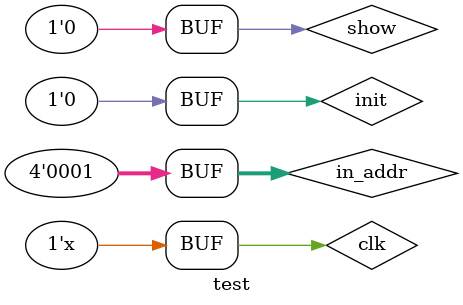
<source format=v>
`timescale 1ns / 1ps


module test;
    reg clk;
    reg init;
    reg show;
    reg [3:0] in_addr;
    wire [15:0] out;
    main_module m1(.clk(clk), .init(init), .out(out), .show(show), .in_addr(in_addr));
    
    initial
    begin
        clk = 1'b0;
        init = 1'b1;
        show = 0;
        in_addr = 4'b1;
        #2 init = 1'b0;
//        instr = 32'b00001000000000100000000000000011;
        
//        #72 instr = 32'b00001000000001000000000000000010;
//        #72 instr = 32'b00001000000001000000000000000010;
//        #72 instr = 32'b00000000010001000011000000000111;
//        #72 instr = 32'b01111000000001100000000000000001; //ST
//        #92 instr = 32'b01110000000010000000000000000001; //LD
//        #100 $finish;
        
    end
    
    always #1 clk = ~clk;
endmodule

</source>
